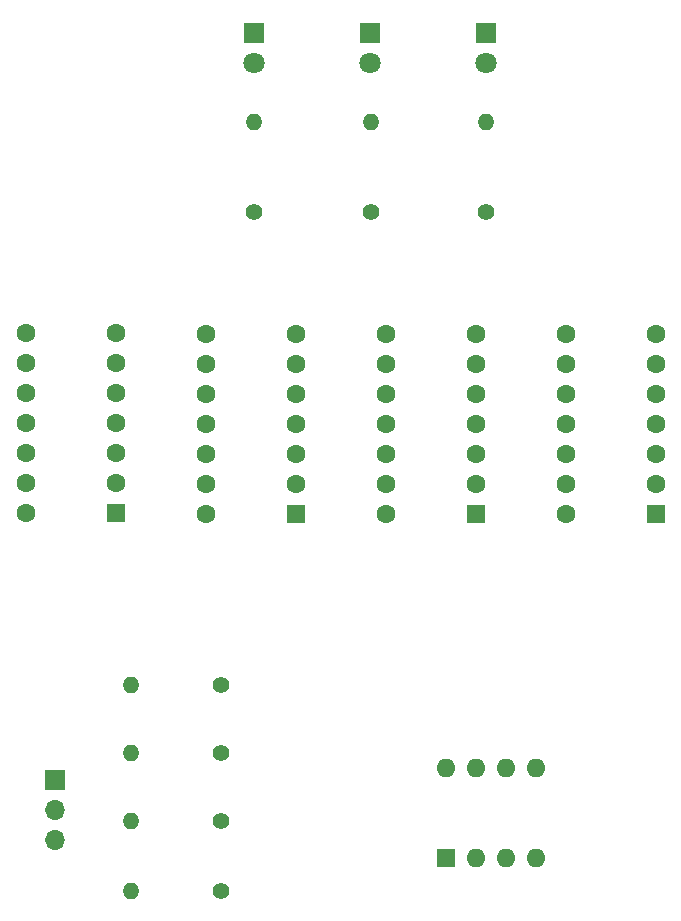
<source format=gts>
%TF.GenerationSoftware,KiCad,Pcbnew,(6.0.2)*%
%TF.CreationDate,2022-11-27T18:43:32-05:00*%
%TF.ProjectId,ECE436_Project,45434534-3336-45f5-9072-6f6a6563742e,rev?*%
%TF.SameCoordinates,Original*%
%TF.FileFunction,Soldermask,Top*%
%TF.FilePolarity,Negative*%
%FSLAX46Y46*%
G04 Gerber Fmt 4.6, Leading zero omitted, Abs format (unit mm)*
G04 Created by KiCad (PCBNEW (6.0.2)) date 2022-11-27 18:43:32*
%MOMM*%
%LPD*%
G01*
G04 APERTURE LIST*
%ADD10C,1.600000*%
%ADD11R,1.600000X1.600000*%
%ADD12O,1.600000X1.600000*%
%ADD13O,1.400000X1.400000*%
%ADD14C,1.400000*%
%ADD15O,1.700000X1.700000*%
%ADD16R,1.700000X1.700000*%
%ADD17C,1.800000*%
%ADD18R,1.800000X1.800000*%
G04 APERTURE END LIST*
D10*
%TO.C,U1*%
X255270000Y-121950000D03*
X255270000Y-119410000D03*
X255270000Y-116870000D03*
X255270000Y-114330000D03*
X255270000Y-111790000D03*
X255270000Y-109250000D03*
X255270000Y-106710000D03*
X262890000Y-106710000D03*
X262890000Y-109250000D03*
X262890000Y-111790000D03*
X262890000Y-114330000D03*
X262890000Y-116870000D03*
X262890000Y-119410000D03*
D11*
X262890000Y-121950000D03*
%TD*%
D10*
%TO.C,U2*%
X224790000Y-121950000D03*
X224790000Y-119410000D03*
X224790000Y-116870000D03*
X224790000Y-114330000D03*
X224790000Y-111790000D03*
X224790000Y-109250000D03*
X224790000Y-106710000D03*
X232410000Y-106710000D03*
X232410000Y-109250000D03*
X232410000Y-111790000D03*
X232410000Y-114330000D03*
X232410000Y-116870000D03*
X232410000Y-119410000D03*
D11*
X232410000Y-121950000D03*
%TD*%
D10*
%TO.C,U4*%
X209550000Y-121920000D03*
X209550000Y-119380000D03*
X209550000Y-116840000D03*
X209550000Y-114300000D03*
X209550000Y-111760000D03*
X209550000Y-109220000D03*
X209550000Y-106680000D03*
X217170000Y-106680000D03*
X217170000Y-109220000D03*
X217170000Y-111760000D03*
X217170000Y-114300000D03*
X217170000Y-116840000D03*
X217170000Y-119380000D03*
D11*
X217170000Y-121920000D03*
%TD*%
D10*
%TO.C,U3*%
X240030000Y-121950000D03*
X240030000Y-119410000D03*
X240030000Y-116870000D03*
X240030000Y-114330000D03*
X240030000Y-111790000D03*
X240030000Y-109250000D03*
X240030000Y-106710000D03*
X247650000Y-106710000D03*
X247650000Y-109250000D03*
X247650000Y-111790000D03*
X247650000Y-114330000D03*
X247650000Y-116870000D03*
X247650000Y-119410000D03*
D11*
X247650000Y-121950000D03*
%TD*%
D12*
%TO.C,SW1*%
X245120000Y-143467500D03*
X247660000Y-143467500D03*
X250200000Y-143467500D03*
X252740000Y-143467500D03*
X252740000Y-151087500D03*
X250200000Y-151087500D03*
X247660000Y-151087500D03*
D11*
X245120000Y-151087500D03*
%TD*%
D13*
%TO.C,R7*%
X228904800Y-88752600D03*
D14*
X228904800Y-96372600D03*
%TD*%
D13*
%TO.C,R6*%
X218440000Y-136448800D03*
D14*
X226060000Y-136448800D03*
%TD*%
%TO.C,R5*%
X238760000Y-96372600D03*
D13*
X238760000Y-88752600D03*
%TD*%
%TO.C,R4*%
X218440000Y-142240000D03*
D14*
X226060000Y-142240000D03*
%TD*%
%TO.C,R3*%
X226060000Y-147929600D03*
D13*
X218440000Y-147929600D03*
%TD*%
%TO.C,R2*%
X218440000Y-153873200D03*
D14*
X226060000Y-153873200D03*
%TD*%
%TO.C,R1*%
X248564400Y-96372600D03*
D13*
X248564400Y-88752600D03*
%TD*%
D15*
%TO.C,J1*%
X212039200Y-149606000D03*
X212039200Y-147066000D03*
D16*
X212039200Y-144526000D03*
%TD*%
D17*
%TO.C,D4*%
X238709200Y-83769200D03*
D18*
X238709200Y-81229200D03*
%TD*%
%TO.C,D3*%
X248564400Y-81229200D03*
D17*
X248564400Y-83769200D03*
%TD*%
%TO.C,D1*%
X228904800Y-83769200D03*
D18*
X228904800Y-81229200D03*
%TD*%
M02*

</source>
